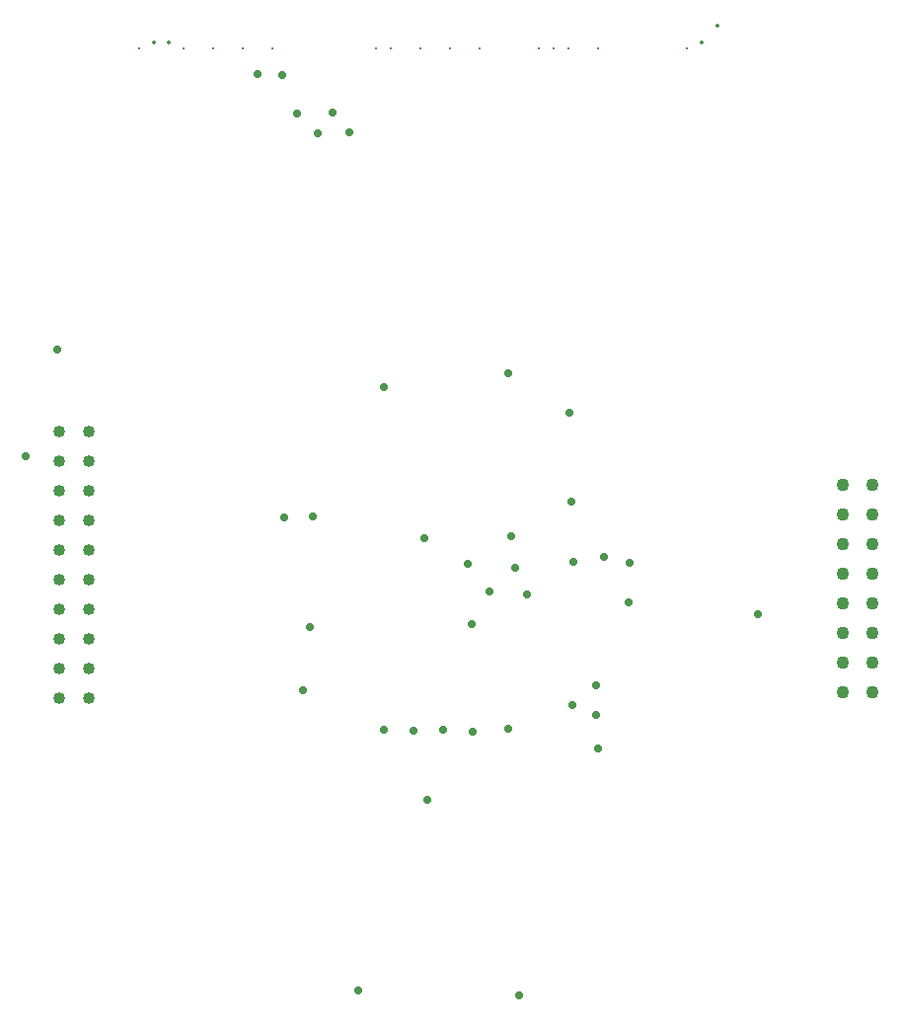
<source format=gbr>
%TF.GenerationSoftware,Altium Limited,Altium Designer,23.3.1 (30)*%
G04 Layer_Color=0*
%FSLAX45Y45*%
%MOMM*%
%TF.SameCoordinates,1C6A76D4-FC78-4FE7-9AFF-FEA26D458E01*%
%TF.FilePolarity,Positive*%
%TF.FileFunction,Plated,1,4,PTH,Drill*%
%TF.Part,Single*%
G01*
G75*
%TA.AperFunction,ComponentDrill*%
%ADD67C,1.09220*%
%ADD68C,1.02000*%
%TA.AperFunction,ViaDrill,NotFilled*%
%ADD69C,0.71120*%
%ADD70C,0.35600*%
%ADD71C,0.71100*%
%ADD72C,0.25400*%
D67*
X8604000Y3886000D02*
D03*
X8350000D02*
D03*
X8604000Y4140000D02*
D03*
X8350000D02*
D03*
X8604000Y4394000D02*
D03*
X8350000D02*
D03*
X8604000Y4648000D02*
D03*
X8350000D02*
D03*
X8604000Y4902000D02*
D03*
X8350000D02*
D03*
X8604000Y5156000D02*
D03*
X8350000D02*
D03*
X8604000Y5410000D02*
D03*
X8350000D02*
D03*
X8604000Y5664000D02*
D03*
X8350000D02*
D03*
D68*
X1630000Y6122000D02*
D03*
X1884000D02*
D03*
X1630000Y5868000D02*
D03*
X1884000D02*
D03*
X1630000Y5614000D02*
D03*
X1884000D02*
D03*
X1630000Y5360000D02*
D03*
X1884000D02*
D03*
X1630000Y5106000D02*
D03*
X1884000D02*
D03*
X1630000Y4852000D02*
D03*
X1884000D02*
D03*
X1630000Y4598000D02*
D03*
X1884000D02*
D03*
X1630000Y4344000D02*
D03*
X1884000D02*
D03*
X1630000Y4090000D02*
D03*
X1884000D02*
D03*
X1630000Y3836000D02*
D03*
X1884000D02*
D03*
D69*
X6512500Y4660000D02*
D03*
X4415000Y6510000D02*
D03*
X3562500Y5392500D02*
D03*
X1340000Y5915255D02*
D03*
X5485000Y6627500D02*
D03*
X5180000Y3547500D02*
D03*
X5485000Y3575000D02*
D03*
X4417500Y3567500D02*
D03*
X4665000Y3562500D02*
D03*
X4920000Y3567500D02*
D03*
X6022000Y5524500D02*
D03*
X6247500Y3410000D02*
D03*
X6237500Y3952500D02*
D03*
Y3692500D02*
D03*
X4120000Y8690000D02*
D03*
X3977500Y8860000D02*
D03*
X3845000Y8682500D02*
D03*
X3542500Y9185000D02*
D03*
X3805000Y5395000D02*
D03*
X4790000Y2967500D02*
D03*
X5317500Y4755000D02*
D03*
X4760000Y5210000D02*
D03*
X5640000Y4730000D02*
D03*
X6040000Y5010000D02*
D03*
X3330000Y9190000D02*
D03*
X3670000Y8850000D02*
D03*
X5170000Y4470000D02*
D03*
X5133900Y4990000D02*
D03*
X7620000Y4556600D02*
D03*
X6300000Y5050000D02*
D03*
X3780000Y4450000D02*
D03*
X6520000Y4997322D02*
D03*
X3720000Y3910000D02*
D03*
X1614217Y6830000D02*
D03*
X5570000Y1290000D02*
D03*
X4190000Y1330000D02*
D03*
X6010000Y6290000D02*
D03*
X6030000Y3780000D02*
D03*
D70*
X7143700Y9460000D02*
D03*
X7275950Y9603885D02*
D03*
X2444700Y9460000D02*
D03*
X2571700D02*
D03*
D71*
X5510000Y5230000D02*
D03*
X5540000Y4960000D02*
D03*
D72*
X7016700Y9410000D02*
D03*
X4730700D02*
D03*
X4984700D02*
D03*
X6000700D02*
D03*
X6254700D02*
D03*
X5746700D02*
D03*
X5873700D02*
D03*
X5238700D02*
D03*
X3460700D02*
D03*
X4476700D02*
D03*
X4349700D02*
D03*
X3206700D02*
D03*
X2952700D02*
D03*
X2698700D02*
D03*
X2317700D02*
D03*
%TF.MD5,d8b691b5a992e2a5439052e24073cab4*%
M02*

</source>
